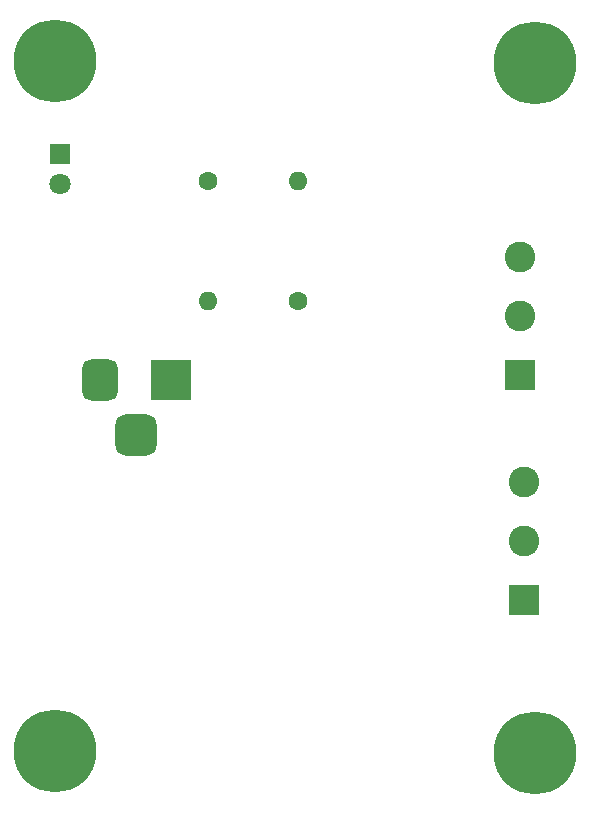
<source format=gbr>
%TF.GenerationSoftware,KiCad,Pcbnew,8.0.4*%
%TF.CreationDate,2024-11-12T18:47:43-08:00*%
%TF.ProjectId,PD Jack_RevA,5044204a-6163-46b5-9f52-6576412e6b69,rev?*%
%TF.SameCoordinates,Original*%
%TF.FileFunction,Soldermask,Bot*%
%TF.FilePolarity,Negative*%
%FSLAX46Y46*%
G04 Gerber Fmt 4.6, Leading zero omitted, Abs format (unit mm)*
G04 Created by KiCad (PCBNEW 8.0.4) date 2024-11-12 18:47:43*
%MOMM*%
%LPD*%
G01*
G04 APERTURE LIST*
G04 Aperture macros list*
%AMRoundRect*
0 Rectangle with rounded corners*
0 $1 Rounding radius*
0 $2 $3 $4 $5 $6 $7 $8 $9 X,Y pos of 4 corners*
0 Add a 4 corners polygon primitive as box body*
4,1,4,$2,$3,$4,$5,$6,$7,$8,$9,$2,$3,0*
0 Add four circle primitives for the rounded corners*
1,1,$1+$1,$2,$3*
1,1,$1+$1,$4,$5*
1,1,$1+$1,$6,$7*
1,1,$1+$1,$8,$9*
0 Add four rect primitives between the rounded corners*
20,1,$1+$1,$2,$3,$4,$5,0*
20,1,$1+$1,$4,$5,$6,$7,0*
20,1,$1+$1,$6,$7,$8,$9,0*
20,1,$1+$1,$8,$9,$2,$3,0*%
G04 Aperture macros list end*
%ADD10C,7.000000*%
%ADD11R,1.800000X1.800000*%
%ADD12C,1.800000*%
%ADD13R,3.500000X3.500000*%
%ADD14RoundRect,0.750000X-0.750000X-1.000000X0.750000X-1.000000X0.750000X1.000000X-0.750000X1.000000X0*%
%ADD15RoundRect,0.875000X-0.875000X-0.875000X0.875000X-0.875000X0.875000X0.875000X-0.875000X0.875000X0*%
%ADD16C,1.600000*%
%ADD17O,1.600000X1.600000*%
%ADD18R,2.600000X2.600000*%
%ADD19C,2.600000*%
G04 APERTURE END LIST*
D10*
%TO.C,H4*%
X124460000Y-130810000D03*
%TD*%
D11*
%TO.C,D1*%
X124865000Y-80237000D03*
D12*
X124865000Y-82777000D03*
%TD*%
D13*
%TO.C,J1*%
X134270000Y-99372500D03*
D14*
X128270000Y-99372500D03*
D15*
X131270000Y-104072500D03*
%TD*%
D16*
%TO.C,R1*%
X144958000Y-92710000D03*
D17*
X144958000Y-82550000D03*
%TD*%
D18*
%TO.C,(-)J3*%
X164135000Y-118030000D03*
D19*
X164135000Y-113030000D03*
X164135000Y-108030000D03*
%TD*%
D10*
%TO.C,H2*%
X165100000Y-131017000D03*
%TD*%
%TO.C,H1*%
X165100000Y-72597000D03*
%TD*%
%TO.C,H3*%
X124460000Y-72390000D03*
%TD*%
D18*
%TO.C,(+)J2*%
X163830000Y-98980000D03*
D19*
X163830000Y-93980000D03*
X163830000Y-88980000D03*
%TD*%
D16*
%TO.C,R2*%
X137338000Y-82550000D03*
D17*
X137338000Y-92710000D03*
%TD*%
M02*

</source>
